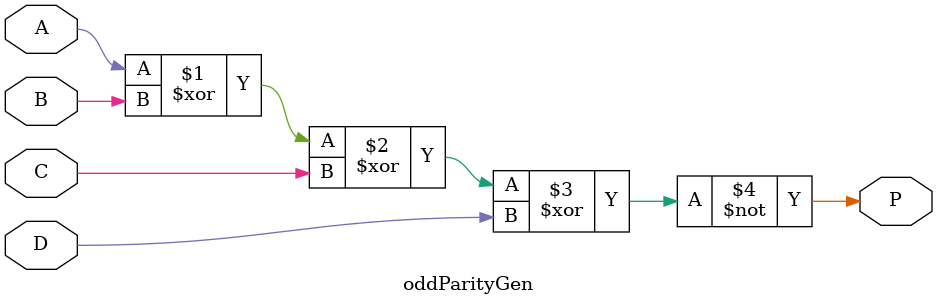
<source format=v>
`timescale 1ns / 1ps

module oddParityGen(
    input A, B, C, D,
    output P
);

    assign P = ~(A ^ B ^ C ^ D);

endmodule

</source>
